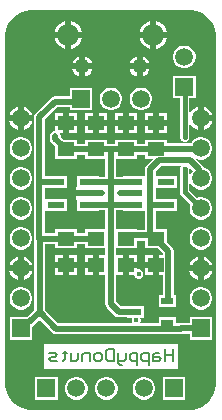
<source format=gbl>
G04*
G04 #@! TF.GenerationSoftware,Altium Limited,Altium Designer,22.3.1 (43)*
G04*
G04 Layer_Physical_Order=4*
G04 Layer_Color=16711680*
%FSLAX25Y25*%
%MOIN*%
G70*
G04*
G04 #@! TF.SameCoordinates,84E4D32D-4FF1-4D47-81BD-E9999B9B3B43*
G04*
G04*
G04 #@! TF.FilePolarity,Positive*
G04*
G01*
G75*
%ADD13C,0.00598*%
%ADD24R,0.05512X0.04724*%
%ADD29C,0.01500*%
%ADD30C,0.01968*%
%ADD32C,0.07284*%
%ADD33C,0.04921*%
%ADD34C,0.05906*%
%ADD35R,0.05906X0.05906*%
%ADD36R,0.05906X0.05906*%
%ADD37C,0.01575*%
%ADD44R,0.05709X0.02362*%
%ADD45R,0.04134X0.02362*%
G36*
X64683Y133844D02*
X66356Y133150D01*
X67863Y132144D01*
X69144Y130863D01*
X70151Y129357D01*
X70844Y127683D01*
X71197Y125906D01*
Y125000D01*
Y10000D01*
Y9094D01*
X70844Y7317D01*
X70151Y5644D01*
X69144Y4137D01*
X67863Y2856D01*
X66356Y1850D01*
X64683Y1156D01*
X62906Y803D01*
X9094D01*
X7317Y1156D01*
X5644Y1850D01*
X4137Y2856D01*
X2856Y4137D01*
X1850Y5644D01*
X1156Y7317D01*
X803Y9094D01*
Y10000D01*
Y125000D01*
Y125906D01*
X1156Y127683D01*
X1850Y129357D01*
X2856Y130863D01*
X4137Y132144D01*
X5644Y133150D01*
X7317Y133844D01*
X9094Y134197D01*
X62906D01*
X64683Y133844D01*
D02*
G37*
%LPC*%
G36*
X51173Y130338D02*
Y126800D01*
X54711D01*
X54499Y127592D01*
X53887Y128650D01*
X53023Y129514D01*
X51965Y130125D01*
X51173Y130338D01*
D02*
G37*
G36*
X22827D02*
Y126800D01*
X26364D01*
X26152Y127592D01*
X25541Y128650D01*
X24677Y129514D01*
X23618Y130125D01*
X22827Y130338D01*
D02*
G37*
G36*
X49173D02*
X48382Y130125D01*
X47323Y129514D01*
X46459Y128650D01*
X45848Y127592D01*
X45636Y126800D01*
X49173D01*
Y130338D01*
D02*
G37*
G36*
X20827D02*
X20035Y130125D01*
X18977Y129514D01*
X18113Y128650D01*
X17501Y127592D01*
X17289Y126800D01*
X20827D01*
Y130338D01*
D02*
G37*
G36*
X54711Y124800D02*
X51173D01*
Y121263D01*
X51965Y121475D01*
X53023Y122086D01*
X53887Y122950D01*
X54499Y124008D01*
X54711Y124800D01*
D02*
G37*
G36*
X26364D02*
X22827D01*
Y121263D01*
X23618Y121475D01*
X24677Y122086D01*
X25541Y122950D01*
X26152Y124008D01*
X26364Y124800D01*
D02*
G37*
G36*
X49173D02*
X45636D01*
X45848Y124008D01*
X46459Y122950D01*
X47323Y122086D01*
X48382Y121475D01*
X49173Y121263D01*
Y124800D01*
D02*
G37*
G36*
X20827D02*
X17289D01*
X17501Y124008D01*
X18113Y122950D01*
X18977Y122086D01*
X20035Y121475D01*
X20827Y121263D01*
Y124800D01*
D02*
G37*
G36*
X46547Y118682D02*
Y116367D01*
X48862D01*
X48772Y116703D01*
X48316Y117492D01*
X47672Y118136D01*
X46883Y118592D01*
X46547Y118682D01*
D02*
G37*
G36*
X27453D02*
Y116367D01*
X29768D01*
X29678Y116703D01*
X29222Y117492D01*
X28578Y118136D01*
X27788Y118592D01*
X27453Y118682D01*
D02*
G37*
G36*
X44547D02*
X44212Y118592D01*
X43422Y118136D01*
X42778Y117492D01*
X42322Y116703D01*
X42232Y116367D01*
X44547D01*
Y118682D01*
D02*
G37*
G36*
X25453D02*
X25117Y118592D01*
X24328Y118136D01*
X23684Y117492D01*
X23228Y116703D01*
X23138Y116367D01*
X25453D01*
Y118682D01*
D02*
G37*
G36*
X60992Y122240D02*
X60008D01*
X59056Y121985D01*
X58204Y121493D01*
X57507Y120797D01*
X57015Y119944D01*
X56760Y118992D01*
Y118008D01*
X57015Y117056D01*
X57507Y116203D01*
X58204Y115507D01*
X59056Y115015D01*
X60008Y114760D01*
X60992D01*
X61944Y115015D01*
X62796Y115507D01*
X63493Y116203D01*
X63985Y117056D01*
X64240Y118008D01*
Y118992D01*
X63985Y119944D01*
X63493Y120797D01*
X62796Y121493D01*
X61944Y121985D01*
X60992Y122240D01*
D02*
G37*
G36*
X48862Y114367D02*
X46547D01*
Y112052D01*
X46883Y112142D01*
X47672Y112598D01*
X48316Y113242D01*
X48772Y114031D01*
X48862Y114367D01*
D02*
G37*
G36*
X29768D02*
X27453D01*
Y112052D01*
X27788Y112142D01*
X28578Y112598D01*
X29222Y113242D01*
X29678Y114031D01*
X29768Y114367D01*
D02*
G37*
G36*
X44547D02*
X42232D01*
X42322Y114031D01*
X42778Y113242D01*
X43422Y112598D01*
X44212Y112142D01*
X44547Y112052D01*
Y114367D01*
D02*
G37*
G36*
X25453D02*
X23138D01*
X23228Y114031D01*
X23684Y113242D01*
X24328Y112598D01*
X25117Y112142D01*
X25453Y112052D01*
Y114367D01*
D02*
G37*
G36*
X46492Y108240D02*
X45508D01*
X44556Y107985D01*
X43703Y107493D01*
X43007Y106797D01*
X42515Y105944D01*
X42260Y104992D01*
Y104008D01*
X42515Y103056D01*
X43007Y102204D01*
X43703Y101507D01*
X44556Y101015D01*
X45508Y100760D01*
X46492D01*
X47444Y101015D01*
X48296Y101507D01*
X48993Y102204D01*
X49485Y103056D01*
X49740Y104008D01*
Y104992D01*
X49485Y105944D01*
X48993Y106797D01*
X48296Y107493D01*
X47444Y107985D01*
X46492Y108240D01*
D02*
G37*
G36*
X36492D02*
X35508D01*
X34556Y107985D01*
X33704Y107493D01*
X33007Y106797D01*
X32515Y105944D01*
X32260Y104992D01*
Y104008D01*
X32515Y103056D01*
X33007Y102204D01*
X33704Y101507D01*
X34556Y101015D01*
X35508Y100760D01*
X36492D01*
X37444Y101015D01*
X38296Y101507D01*
X38993Y102204D01*
X39485Y103056D01*
X39740Y104008D01*
Y104992D01*
X39485Y105944D01*
X38993Y106797D01*
X38296Y107493D01*
X37444Y107985D01*
X36492Y108240D01*
D02*
G37*
G36*
X29740D02*
X22260D01*
Y105390D01*
X17363D01*
X16672Y105252D01*
X16086Y104861D01*
X10927Y99703D01*
X10536Y99116D01*
X10398Y98425D01*
Y76378D01*
Y57874D01*
X10442Y57656D01*
Y34165D01*
X8051Y31775D01*
X7969D01*
X7794Y31740D01*
X2260D01*
Y24260D01*
X9740D01*
Y28466D01*
X10076Y28691D01*
X12272Y30886D01*
X16478Y26680D01*
X17064Y26289D01*
X17755Y26151D01*
X59441D01*
X59654Y26194D01*
X62260D01*
Y24260D01*
X69740D01*
Y31740D01*
X62260D01*
Y29806D01*
X59483D01*
X59271Y29764D01*
X57669D01*
Y31728D01*
X51961D01*
Y29764D01*
X45771D01*
X45823Y29817D01*
X46063Y30395D01*
Y31022D01*
X45852Y31532D01*
X47039D01*
Y35469D01*
X41331D01*
Y35306D01*
X39296D01*
X37806Y36795D01*
Y45807D01*
X40000D01*
Y49169D01*
Y52531D01*
X37806D01*
Y54681D01*
X44543D01*
Y57249D01*
X47457D01*
Y54681D01*
X51595D01*
X53284Y52992D01*
Y52531D01*
X52000D01*
Y49169D01*
Y45807D01*
X53284D01*
Y39209D01*
X51961D01*
Y35272D01*
X57669D01*
Y39209D01*
X56897D01*
Y53741D01*
X56759Y54432D01*
X56367Y55018D01*
X54543Y56842D01*
Y60980D01*
X50972D01*
Y67291D01*
X57957D01*
Y71228D01*
X50972D01*
Y74772D01*
X57957D01*
Y78709D01*
X50972D01*
Y80307D01*
X52831Y82166D01*
X59467D01*
X59295Y81994D01*
X59055Y81416D01*
Y80789D01*
X59062Y80771D01*
Y73370D01*
X59162Y72870D01*
X59182Y72770D01*
X59522Y72262D01*
X62478Y69305D01*
X62260Y68492D01*
Y67508D01*
X62515Y66556D01*
X63007Y65703D01*
X63704Y65007D01*
X64556Y64515D01*
X65508Y64260D01*
X66492D01*
X67444Y64515D01*
X68296Y65007D01*
X68993Y65703D01*
X69485Y66556D01*
X69740Y67508D01*
Y68492D01*
X69485Y69444D01*
X68993Y70297D01*
X68296Y70993D01*
X67444Y71485D01*
X66492Y71740D01*
X65508D01*
X64694Y71522D01*
X62197Y74019D01*
Y80771D01*
X62205Y80789D01*
Y81416D01*
X62006Y81897D01*
X63306Y80596D01*
X63007Y80296D01*
X62515Y79444D01*
X62260Y78492D01*
Y77508D01*
X62515Y76556D01*
X63007Y75704D01*
X63704Y75007D01*
X64556Y74515D01*
X65508Y74260D01*
X66492D01*
X67444Y74515D01*
X68296Y75007D01*
X68993Y75704D01*
X69485Y76556D01*
X69740Y77508D01*
Y78492D01*
X69485Y79444D01*
X68993Y80296D01*
X68296Y80993D01*
X67444Y81485D01*
X66973Y81611D01*
X66916Y81901D01*
X66524Y82487D01*
X64415Y84597D01*
X64556Y84515D01*
X65508Y84260D01*
X66492D01*
X67444Y84515D01*
X68296Y85007D01*
X68993Y85703D01*
X69485Y86556D01*
X69740Y87508D01*
Y88492D01*
X69485Y89444D01*
X68993Y90297D01*
X68296Y90993D01*
X67444Y91485D01*
X66492Y91740D01*
X65508D01*
X64556Y91485D01*
X63704Y90993D01*
X63007Y90297D01*
X62629Y89641D01*
X54543D01*
Y90819D01*
X47457D01*
Y89476D01*
X44543D01*
Y90819D01*
X37457D01*
Y89476D01*
X34543D01*
Y90819D01*
X27457D01*
Y89476D01*
X24543D01*
Y90819D01*
X20405D01*
X19306Y91918D01*
Y92000D01*
X19169Y92691D01*
X18984Y92968D01*
X20000D01*
Y95331D01*
X17244D01*
Y93756D01*
X16809Y93669D01*
X16223Y93277D01*
X15831Y92691D01*
X15694Y92000D01*
Y91169D01*
X15831Y90478D01*
X16223Y89892D01*
X17457Y88658D01*
Y84520D01*
X24543D01*
Y85863D01*
X27457D01*
Y84520D01*
X34194D01*
Y78547D01*
X31957D01*
Y78709D01*
X24673D01*
Y75181D01*
X24461D01*
Y74000D01*
X28315D01*
Y72000D01*
X24461D01*
Y70819D01*
X24673D01*
Y67291D01*
X31957D01*
Y67453D01*
X34194D01*
Y60980D01*
X27457D01*
Y59637D01*
X24543D01*
Y60980D01*
X17457D01*
Y59637D01*
X14011D01*
Y74934D01*
X14043D01*
Y74772D01*
X21327D01*
Y78709D01*
X14043D01*
Y78547D01*
X14011D01*
Y97677D01*
X18111Y101777D01*
X22260D01*
Y100760D01*
X29740D01*
Y108240D01*
D02*
G37*
G36*
X67000Y101824D02*
Y99000D01*
X69824D01*
X69683Y99526D01*
X69163Y100427D01*
X68427Y101163D01*
X67526Y101683D01*
X67000Y101824D01*
D02*
G37*
G36*
X7000D02*
Y99000D01*
X9824D01*
X9683Y99526D01*
X9163Y100427D01*
X8427Y101163D01*
X7526Y101683D01*
X7000Y101824D01*
D02*
G37*
G36*
X5000D02*
X4474Y101683D01*
X3573Y101163D01*
X2837Y100427D01*
X2317Y99526D01*
X2176Y99000D01*
X5000D01*
Y101824D01*
D02*
G37*
G36*
X44756Y99693D02*
X42000D01*
Y97331D01*
X44756D01*
Y99693D01*
D02*
G37*
G36*
X54756D02*
X52000D01*
Y97331D01*
X54756D01*
Y99693D01*
D02*
G37*
G36*
X34756D02*
X32000D01*
Y97331D01*
X34756D01*
Y99693D01*
D02*
G37*
G36*
X24756D02*
X22000D01*
Y97331D01*
X24756D01*
Y99693D01*
D02*
G37*
G36*
X40000D02*
X37244D01*
Y97331D01*
X40000D01*
Y99693D01*
D02*
G37*
G36*
X50000D02*
X47244D01*
Y97331D01*
X50000D01*
Y99693D01*
D02*
G37*
G36*
X30000D02*
X27244D01*
Y97331D01*
X30000D01*
Y99693D01*
D02*
G37*
G36*
X20000D02*
X17244D01*
Y97331D01*
X20000D01*
Y99693D01*
D02*
G37*
G36*
X69824Y97000D02*
X67000D01*
Y94176D01*
X67526Y94317D01*
X68427Y94837D01*
X69163Y95573D01*
X69683Y96474D01*
X69824Y97000D01*
D02*
G37*
G36*
X9824D02*
X7000D01*
Y94176D01*
X7526Y94317D01*
X8427Y94837D01*
X9163Y95573D01*
X9683Y96474D01*
X9824Y97000D01*
D02*
G37*
G36*
X64240Y112240D02*
X56760D01*
Y104760D01*
X59062D01*
Y92063D01*
X59055Y92045D01*
Y91419D01*
X59295Y90840D01*
X59738Y90397D01*
X60317Y90158D01*
X60943D01*
X61522Y90397D01*
X61965Y90840D01*
X62205Y91419D01*
Y92045D01*
X62197Y92063D01*
Y96919D01*
X62317Y96474D01*
X62837Y95573D01*
X63573Y94837D01*
X64474Y94317D01*
X65000Y94176D01*
Y98000D01*
Y101824D01*
X64474Y101683D01*
X63573Y101163D01*
X62837Y100427D01*
X62317Y99526D01*
X62197Y99081D01*
Y104760D01*
X64240D01*
Y112240D01*
D02*
G37*
G36*
X5000Y97000D02*
X2176D01*
X2317Y96474D01*
X2837Y95573D01*
X3573Y94837D01*
X4474Y94317D01*
X5000Y94176D01*
Y97000D01*
D02*
G37*
G36*
X54756Y95331D02*
X52000D01*
Y92968D01*
X54756D01*
Y95331D01*
D02*
G37*
G36*
X50000D02*
X47244D01*
Y92968D01*
X50000D01*
Y95331D01*
D02*
G37*
G36*
X44756D02*
X42000D01*
Y92968D01*
X44756D01*
Y95331D01*
D02*
G37*
G36*
X40000D02*
X37244D01*
Y92968D01*
X40000D01*
Y95331D01*
D02*
G37*
G36*
X34756D02*
X32000D01*
Y92968D01*
X34756D01*
Y95331D01*
D02*
G37*
G36*
X30000D02*
X27244D01*
Y92968D01*
X30000D01*
Y95331D01*
D02*
G37*
G36*
X24756D02*
X22000D01*
Y92968D01*
X24756D01*
Y95331D01*
D02*
G37*
G36*
X6492Y91740D02*
X5508D01*
X4556Y91485D01*
X3703Y90993D01*
X3007Y90297D01*
X2515Y89444D01*
X2260Y88492D01*
Y87508D01*
X2515Y86556D01*
X3007Y85703D01*
X3703Y85007D01*
X4556Y84515D01*
X5508Y84260D01*
X6492D01*
X7444Y84515D01*
X8297Y85007D01*
X8993Y85703D01*
X9485Y86556D01*
X9740Y87508D01*
Y88492D01*
X9485Y89444D01*
X8993Y90297D01*
X8297Y90993D01*
X7444Y91485D01*
X6492Y91740D01*
D02*
G37*
G36*
Y81740D02*
X5508D01*
X4556Y81485D01*
X3703Y80993D01*
X3007Y80296D01*
X2515Y79444D01*
X2260Y78492D01*
Y77508D01*
X2515Y76556D01*
X3007Y75704D01*
X3703Y75007D01*
X4556Y74515D01*
X5508Y74260D01*
X6492D01*
X7444Y74515D01*
X8297Y75007D01*
X8993Y75704D01*
X9485Y76556D01*
X9740Y77508D01*
Y78492D01*
X9485Y79444D01*
X8993Y80296D01*
X8297Y80993D01*
X7444Y81485D01*
X6492Y81740D01*
D02*
G37*
G36*
X21327Y71228D02*
X14043D01*
Y67291D01*
X21327D01*
Y71228D01*
D02*
G37*
G36*
X6492Y71740D02*
X5508D01*
X4556Y71485D01*
X3703Y70993D01*
X3007Y70297D01*
X2515Y69444D01*
X2260Y68492D01*
Y67508D01*
X2515Y66556D01*
X3007Y65703D01*
X3703Y65007D01*
X4556Y64515D01*
X5508Y64260D01*
X6492D01*
X7444Y64515D01*
X8297Y65007D01*
X8993Y65703D01*
X9485Y66556D01*
X9740Y67508D01*
Y68492D01*
X9485Y69444D01*
X8993Y70297D01*
X8297Y70993D01*
X7444Y71485D01*
X6492Y71740D01*
D02*
G37*
G36*
X66492Y61740D02*
X65508D01*
X64556Y61485D01*
X63704Y60993D01*
X63007Y60296D01*
X62515Y59444D01*
X62260Y58492D01*
Y57508D01*
X62515Y56556D01*
X63007Y55704D01*
X63704Y55007D01*
X64556Y54515D01*
X65508Y54260D01*
X66492D01*
X67444Y54515D01*
X68296Y55007D01*
X68993Y55704D01*
X69485Y56556D01*
X69740Y57508D01*
Y58492D01*
X69485Y59444D01*
X68993Y60296D01*
X68296Y60993D01*
X67444Y61485D01*
X66492Y61740D01*
D02*
G37*
G36*
X6492D02*
X5508D01*
X4556Y61485D01*
X3703Y60993D01*
X3007Y60296D01*
X2515Y59444D01*
X2260Y58492D01*
Y57508D01*
X2515Y56556D01*
X3007Y55704D01*
X3703Y55007D01*
X4556Y54515D01*
X5508Y54260D01*
X6492D01*
X7444Y54515D01*
X8297Y55007D01*
X8993Y55704D01*
X9485Y56556D01*
X9740Y57508D01*
Y58492D01*
X9485Y59444D01*
X8993Y60296D01*
X8297Y60993D01*
X7444Y61485D01*
X6492Y61740D01*
D02*
G37*
G36*
X50000Y52531D02*
X47244D01*
Y50169D01*
X50000D01*
Y52531D01*
D02*
G37*
G36*
X44756D02*
X42000D01*
Y50169D01*
X44756D01*
Y52531D01*
D02*
G37*
G36*
X67000Y51824D02*
Y49000D01*
X69824D01*
X69683Y49526D01*
X69163Y50427D01*
X68427Y51163D01*
X67526Y51683D01*
X67000Y51824D01*
D02*
G37*
G36*
X7000D02*
Y49000D01*
X9824D01*
X9683Y49526D01*
X9163Y50427D01*
X8427Y51163D01*
X7526Y51683D01*
X7000Y51824D01*
D02*
G37*
G36*
X65000D02*
X64474Y51683D01*
X63573Y51163D01*
X62837Y50427D01*
X62317Y49526D01*
X62176Y49000D01*
X65000D01*
Y51824D01*
D02*
G37*
G36*
X5000D02*
X4474Y51683D01*
X3573Y51163D01*
X2837Y50427D01*
X2317Y49526D01*
X2176Y49000D01*
X5000D01*
Y51824D01*
D02*
G37*
G36*
X50000Y48169D02*
X47244D01*
Y45807D01*
X50000D01*
Y48169D01*
D02*
G37*
G36*
X44756D02*
X42000D01*
Y45807D01*
X43701D01*
Y45750D01*
X43940Y45171D01*
X44383Y44728D01*
X44962Y44488D01*
X45589D01*
X46168Y44728D01*
X46611Y45171D01*
X46850Y45750D01*
Y46376D01*
X46611Y46955D01*
X46168Y47398D01*
X45589Y47638D01*
X44962D01*
X44756Y47552D01*
Y48169D01*
D02*
G37*
G36*
X69824Y47000D02*
X67000D01*
Y44176D01*
X67526Y44317D01*
X68427Y44837D01*
X69163Y45573D01*
X69683Y46474D01*
X69824Y47000D01*
D02*
G37*
G36*
X9824D02*
X7000D01*
Y44176D01*
X7526Y44317D01*
X8427Y44837D01*
X9163Y45573D01*
X9683Y46474D01*
X9824Y47000D01*
D02*
G37*
G36*
X5000D02*
X2176D01*
X2317Y46474D01*
X2837Y45573D01*
X3573Y44837D01*
X4474Y44317D01*
X5000Y44176D01*
Y47000D01*
D02*
G37*
G36*
X65000D02*
X62176D01*
X62317Y46474D01*
X62837Y45573D01*
X63573Y44837D01*
X64474Y44317D01*
X65000Y44176D01*
Y47000D01*
D02*
G37*
G36*
X66492Y41740D02*
X65508D01*
X64556Y41485D01*
X63704Y40993D01*
X63007Y40297D01*
X62515Y39444D01*
X62260Y38492D01*
Y37508D01*
X62515Y36556D01*
X63007Y35704D01*
X63704Y35007D01*
X64556Y34515D01*
X65508Y34260D01*
X66492D01*
X67444Y34515D01*
X68296Y35007D01*
X68993Y35704D01*
X69485Y36556D01*
X69740Y37508D01*
Y38492D01*
X69485Y39444D01*
X68993Y40297D01*
X68296Y40993D01*
X67444Y41485D01*
X66492Y41740D01*
D02*
G37*
G36*
X6492D02*
X5508D01*
X4556Y41485D01*
X3703Y40993D01*
X3007Y40297D01*
X2515Y39444D01*
X2260Y38492D01*
Y37508D01*
X2515Y36556D01*
X3007Y35704D01*
X3703Y35007D01*
X4556Y34515D01*
X5508Y34260D01*
X6492D01*
X7444Y34515D01*
X8297Y35007D01*
X8993Y35704D01*
X9485Y36556D01*
X9740Y37508D01*
Y38492D01*
X9485Y39444D01*
X8993Y40297D01*
X8297Y40993D01*
X7444Y41485D01*
X6492Y41740D01*
D02*
G37*
G36*
X58261Y22799D02*
X13739D01*
Y14354D01*
X58261D01*
Y22799D01*
D02*
G37*
G36*
X60740Y11740D02*
X53260D01*
Y4260D01*
X60740D01*
Y11740D01*
D02*
G37*
G36*
X47492D02*
X46508D01*
X45556Y11485D01*
X44704Y10993D01*
X44007Y10296D01*
X43515Y9444D01*
X43260Y8492D01*
Y7508D01*
X43515Y6556D01*
X44007Y5703D01*
X44704Y5007D01*
X45556Y4515D01*
X46508Y4260D01*
X47492D01*
X48444Y4515D01*
X49297Y5007D01*
X49993Y5703D01*
X50485Y6556D01*
X50740Y7508D01*
Y8492D01*
X50485Y9444D01*
X49993Y10296D01*
X49297Y10993D01*
X48444Y11485D01*
X47492Y11740D01*
D02*
G37*
G36*
X34992D02*
X34008D01*
X33056Y11485D01*
X32204Y10993D01*
X31507Y10296D01*
X31015Y9444D01*
X30760Y8492D01*
Y7508D01*
X31015Y6556D01*
X31507Y5703D01*
X32204Y5007D01*
X33056Y4515D01*
X34008Y4260D01*
X34992D01*
X35944Y4515D01*
X36797Y5007D01*
X37493Y5703D01*
X37985Y6556D01*
X38240Y7508D01*
Y8492D01*
X37985Y9444D01*
X37493Y10296D01*
X36797Y10993D01*
X35944Y11485D01*
X34992Y11740D01*
D02*
G37*
G36*
X24992D02*
X24008D01*
X23056Y11485D01*
X22204Y10993D01*
X21507Y10296D01*
X21015Y9444D01*
X20760Y8492D01*
Y7508D01*
X21015Y6556D01*
X21507Y5703D01*
X22204Y5007D01*
X23056Y4515D01*
X24008Y4260D01*
X24992D01*
X25944Y4515D01*
X26796Y5007D01*
X27493Y5703D01*
X27985Y6556D01*
X28240Y7508D01*
Y8492D01*
X27985Y9444D01*
X27493Y10296D01*
X26796Y10993D01*
X25944Y11485D01*
X24992Y11740D01*
D02*
G37*
G36*
X18240D02*
X10760D01*
Y4260D01*
X18240D01*
Y11740D01*
D02*
G37*
%LPD*%
G36*
X47457Y84520D02*
X50075D01*
X47888Y82332D01*
X47497Y81746D01*
X47359Y81055D01*
Y75181D01*
X47327D01*
Y78709D01*
X40043D01*
Y78547D01*
X37806D01*
Y84520D01*
X44543D01*
Y85863D01*
X47457D01*
Y84520D01*
D02*
G37*
G36*
X47359Y69291D02*
Y60861D01*
X44543D01*
Y60980D01*
X37806D01*
Y67453D01*
X40043D01*
Y67291D01*
X47327D01*
Y70819D01*
X47359D01*
Y69291D01*
D02*
G37*
G36*
X27457Y54681D02*
X34194D01*
Y52531D01*
X32000D01*
Y49169D01*
Y45807D01*
X34194D01*
Y36047D01*
X34331Y35356D01*
X34723Y34770D01*
X37270Y32223D01*
X37856Y31831D01*
X38547Y31694D01*
X41331D01*
Y31532D01*
X43124D01*
X42913Y31022D01*
Y30395D01*
X43153Y29817D01*
X43206Y29764D01*
X18503D01*
X14054Y34213D01*
Y56024D01*
X17457D01*
Y54681D01*
X24543D01*
Y56024D01*
X27457D01*
Y54681D01*
D02*
G37*
%LPC*%
G36*
X30000Y52531D02*
X27244D01*
Y50169D01*
X30000D01*
Y52531D01*
D02*
G37*
G36*
X24756D02*
X22000D01*
Y50169D01*
X24756D01*
Y52531D01*
D02*
G37*
G36*
X20000D02*
X17244D01*
Y50169D01*
X20000D01*
Y52531D01*
D02*
G37*
G36*
X30000Y48169D02*
X27244D01*
Y45807D01*
X30000D01*
Y48169D01*
D02*
G37*
G36*
X24756D02*
X22000D01*
Y45807D01*
X24756D01*
Y48169D01*
D02*
G37*
G36*
X20000D02*
X17244D01*
Y45807D01*
X20000D01*
Y48169D01*
D02*
G37*
%LPD*%
D13*
X56663Y21200D02*
Y17265D01*
Y19232D01*
X54039D01*
Y21200D01*
Y17265D01*
X52071Y19888D02*
X50759D01*
X50103Y19232D01*
Y17265D01*
X52071D01*
X52727Y17921D01*
X52071Y18577D01*
X50103D01*
X48791Y15953D02*
Y19888D01*
X46823D01*
X46167Y19232D01*
Y17921D01*
X46823Y17265D01*
X48791D01*
X44855Y15953D02*
Y19888D01*
X42887D01*
X42232Y19232D01*
Y17921D01*
X42887Y17265D01*
X44855D01*
X40920Y19888D02*
Y17921D01*
X40264Y17265D01*
X38296D01*
Y16609D01*
X38952Y15953D01*
X39608D01*
X38296Y17265D02*
Y19888D01*
X36984Y21200D02*
Y17265D01*
X35016D01*
X34360Y17921D01*
Y20544D01*
X35016Y21200D01*
X36984D01*
X32392Y17265D02*
X31080D01*
X30424Y17921D01*
Y19232D01*
X31080Y19888D01*
X32392D01*
X33048Y19232D01*
Y17921D01*
X32392Y17265D01*
X29112D02*
Y19888D01*
X27145D01*
X26489Y19232D01*
Y17265D01*
X25177Y19888D02*
Y17921D01*
X24521Y17265D01*
X22553D01*
Y19888D01*
X20585Y20544D02*
Y19888D01*
X21241D01*
X19929D01*
X20585D01*
Y17921D01*
X19929Y17265D01*
X17961D02*
X15993D01*
X15337Y17921D01*
X15993Y18577D01*
X17305D01*
X17961Y19232D01*
X17305Y19888D01*
X15337D01*
D24*
X41000Y57831D02*
D03*
Y49169D02*
D03*
X51000Y57831D02*
D03*
Y49169D02*
D03*
Y87669D02*
D03*
Y96331D02*
D03*
X41000Y87669D02*
D03*
Y96331D02*
D03*
X21000Y57831D02*
D03*
Y49169D02*
D03*
X31000Y57831D02*
D03*
Y49169D02*
D03*
Y87669D02*
D03*
Y96331D02*
D03*
X21000Y87669D02*
D03*
Y96331D02*
D03*
D29*
X60630Y73370D02*
X66000Y68000D01*
X60630Y73370D02*
Y81102D01*
X60500Y108500D02*
X60630Y108370D01*
Y91732D02*
Y108370D01*
D30*
X38976Y73228D02*
X39008Y73197D01*
X43488D02*
X43685Y73000D01*
X39008Y73197D02*
X43488D01*
X28512D02*
X33039D01*
X28315Y73000D02*
X28512Y73197D01*
X33039D02*
X33071Y73228D01*
X55090Y37437D02*
Y53741D01*
X54893Y37240D02*
X55090Y37437D01*
X54815Y37240D02*
X54893D01*
X52772Y56059D02*
Y56453D01*
X51000Y57831D02*
X51394D01*
X52772Y56059D02*
X55090Y53741D01*
X51394Y57831D02*
X52772Y56453D01*
X49165Y59402D02*
Y69291D01*
X36000Y87669D02*
X41000D01*
X12248Y33465D02*
Y57831D01*
X17755Y27958D02*
X59441D01*
X12272Y33441D02*
X17755Y27958D01*
X7969Y29969D02*
X8799D01*
X12272Y33441D01*
X12248Y33465D02*
X12272Y33441D01*
X6000Y28000D02*
X7969Y29969D01*
X31000Y87669D02*
X36000D01*
Y76740D02*
Y87669D01*
X41000D02*
X51000D01*
X36000Y76740D02*
X43685D01*
X28315D02*
X36000D01*
Y69260D02*
Y76740D01*
X12567D02*
X17685D01*
X12205Y76378D02*
Y98425D01*
Y57874D02*
Y76378D01*
X12567Y76740D01*
X12205Y57874D02*
X12248Y57831D01*
X21000D01*
X17363Y103583D02*
X25083D01*
X12205Y98425D02*
X17363Y103583D01*
X25083D02*
X26000Y104500D01*
X19228Y89047D02*
X20606Y87669D01*
X17500Y91169D02*
Y92000D01*
X19228Y89047D02*
Y89441D01*
X17500Y91169D02*
X19228Y89441D01*
X38547Y33500D02*
X44185D01*
X36000Y36047D02*
Y69260D01*
Y36047D02*
X38547Y33500D01*
X49776Y59055D02*
X51000Y57831D01*
X42224Y59055D02*
X49776D01*
X41000Y57831D02*
X42224Y59055D01*
X49197Y69260D02*
X54315D01*
X49165Y69291D02*
Y81055D01*
Y69291D02*
X49197Y69260D01*
X49165Y81055D02*
X52083Y83973D01*
X21000Y57831D02*
X31000D01*
X52083Y83973D02*
X62484D01*
X65247Y81210D01*
Y78753D02*
X66000Y78000D01*
X65247Y78753D02*
Y81210D01*
X59441Y27958D02*
X59483Y28000D01*
X66000D01*
X21000Y87669D02*
X31000D01*
X36000Y69260D02*
X43685D01*
X28315D02*
X36000D01*
X51000Y87669D02*
X51165Y87835D01*
X65835D01*
X66000Y88000D01*
D32*
X21827Y125800D02*
D03*
X50173D02*
D03*
D33*
X45547Y115367D02*
D03*
X26453D02*
D03*
D34*
X46000Y104500D02*
D03*
X36000D02*
D03*
X66000Y78000D02*
D03*
Y68000D02*
D03*
Y58000D02*
D03*
Y48000D02*
D03*
Y98000D02*
D03*
Y88000D02*
D03*
Y38000D02*
D03*
X6000Y78000D02*
D03*
Y68000D02*
D03*
Y58000D02*
D03*
Y48000D02*
D03*
Y98000D02*
D03*
Y88000D02*
D03*
Y38000D02*
D03*
X60500Y118500D02*
D03*
X34500Y8000D02*
D03*
X24500D02*
D03*
X47000D02*
D03*
D35*
X26000Y104500D02*
D03*
X14500Y8000D02*
D03*
X57000D02*
D03*
D36*
X66000Y28000D02*
D03*
X6000D02*
D03*
X60500Y108500D02*
D03*
D37*
X26772Y32677D02*
D03*
X33858D02*
D03*
X45276Y46063D02*
D03*
X44488Y30709D02*
D03*
X45845Y56201D02*
D03*
X58050Y81004D02*
D03*
X46239Y99115D02*
D03*
X43877Y83367D02*
D03*
X28129D02*
D03*
X14743Y73918D02*
D03*
X40945Y7874D02*
D03*
X57480Y24016D02*
D03*
X38976Y24409D02*
D03*
X58050Y72343D02*
D03*
X27943Y91833D02*
D03*
X44143D02*
D03*
X36000Y90000D02*
D03*
X31539Y101314D02*
D03*
X52799Y117062D02*
D03*
X18941Y109188D02*
D03*
X55555Y101707D02*
D03*
X57917Y92259D02*
D03*
X15791Y87141D02*
D03*
X38976Y73228D02*
D03*
X33071D02*
D03*
X55949Y64700D02*
D03*
X39413Y63519D02*
D03*
X29570D02*
D03*
X29177Y53676D02*
D03*
X15791Y63519D02*
D03*
X15397Y37534D02*
D03*
X12205Y18504D02*
D03*
X29921Y11417D02*
D03*
X50394Y12992D02*
D03*
X57917Y57613D02*
D03*
Y50133D02*
D03*
Y34385D02*
D03*
Y42652D02*
D03*
X19757Y83921D02*
D03*
X17500Y92000D02*
D03*
X60630Y91732D02*
D03*
Y81102D02*
D03*
D44*
X43685Y69260D02*
D03*
Y73000D02*
D03*
Y76740D02*
D03*
X54315D02*
D03*
Y69260D02*
D03*
X28315Y76740D02*
D03*
Y73000D02*
D03*
Y69260D02*
D03*
X17685D02*
D03*
Y76740D02*
D03*
D45*
X44185Y33500D02*
D03*
X54815Y37240D02*
D03*
Y29760D02*
D03*
M02*

</source>
